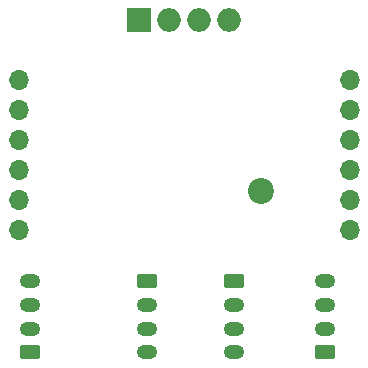
<source format=gbs>
G04 #@! TF.GenerationSoftware,KiCad,Pcbnew,7.0.1*
G04 #@! TF.CreationDate,2023-07-16T02:59:38+02:00*
G04 #@! TF.ProjectId,ADS1234_mass_sensor,41445331-3233-4345-9f6d-6173735f7365,1*
G04 #@! TF.SameCoordinates,Original*
G04 #@! TF.FileFunction,Soldermask,Bot*
G04 #@! TF.FilePolarity,Negative*
%FSLAX46Y46*%
G04 Gerber Fmt 4.6, Leading zero omitted, Abs format (unit mm)*
G04 Created by KiCad (PCBNEW 7.0.1) date 2023-07-16 02:59:38*
%MOMM*%
%LPD*%
G01*
G04 APERTURE LIST*
G04 Aperture macros list*
%AMRoundRect*
0 Rectangle with rounded corners*
0 $1 Rounding radius*
0 $2 $3 $4 $5 $6 $7 $8 $9 X,Y pos of 4 corners*
0 Add a 4 corners polygon primitive as box body*
4,1,4,$2,$3,$4,$5,$6,$7,$8,$9,$2,$3,0*
0 Add four circle primitives for the rounded corners*
1,1,$1+$1,$2,$3*
1,1,$1+$1,$4,$5*
1,1,$1+$1,$6,$7*
1,1,$1+$1,$8,$9*
0 Add four rect primitives between the rounded corners*
20,1,$1+$1,$2,$3,$4,$5,0*
20,1,$1+$1,$4,$5,$6,$7,0*
20,1,$1+$1,$6,$7,$8,$9,0*
20,1,$1+$1,$8,$9,$2,$3,0*%
G04 Aperture macros list end*
%ADD10RoundRect,0.250000X-0.625000X0.350000X-0.625000X-0.350000X0.625000X-0.350000X0.625000X0.350000X0*%
%ADD11O,1.750000X1.200000*%
%ADD12RoundRect,0.250000X0.625000X-0.350000X0.625000X0.350000X-0.625000X0.350000X-0.625000X-0.350000X0*%
%ADD13C,2.200000*%
%ADD14R,2.000000X2.000000*%
%ADD15O,2.000000X2.000000*%
%ADD16O,1.700000X1.700000*%
G04 APERTURE END LIST*
D10*
X111670000Y-71395000D03*
D11*
X111670000Y-73395000D03*
X111670000Y-75395000D03*
X111670000Y-77395000D03*
D12*
X119370000Y-77395000D03*
D11*
X119370000Y-75395000D03*
X119370000Y-73395000D03*
X119370000Y-71395000D03*
D13*
X113915000Y-63752500D03*
D14*
X103605000Y-49290000D03*
D15*
X106145000Y-49290000D03*
D16*
X93415000Y-54370000D03*
X93415000Y-56910000D03*
X93415000Y-59450000D03*
X93415000Y-61990000D03*
X93415000Y-64530000D03*
X93415000Y-67070000D03*
X121415000Y-67070000D03*
X121415000Y-64530000D03*
X121415000Y-61990000D03*
X121415000Y-59450000D03*
X121415000Y-56910000D03*
X121415000Y-54370000D03*
D15*
X108685000Y-49290000D03*
X111225000Y-49290000D03*
D10*
X104270000Y-71395000D03*
D11*
X104270000Y-73395000D03*
X104270000Y-75395000D03*
X104270000Y-77395000D03*
D12*
X94370000Y-77395000D03*
D11*
X94370000Y-75395000D03*
X94370000Y-73395000D03*
X94370000Y-71395000D03*
M02*

</source>
